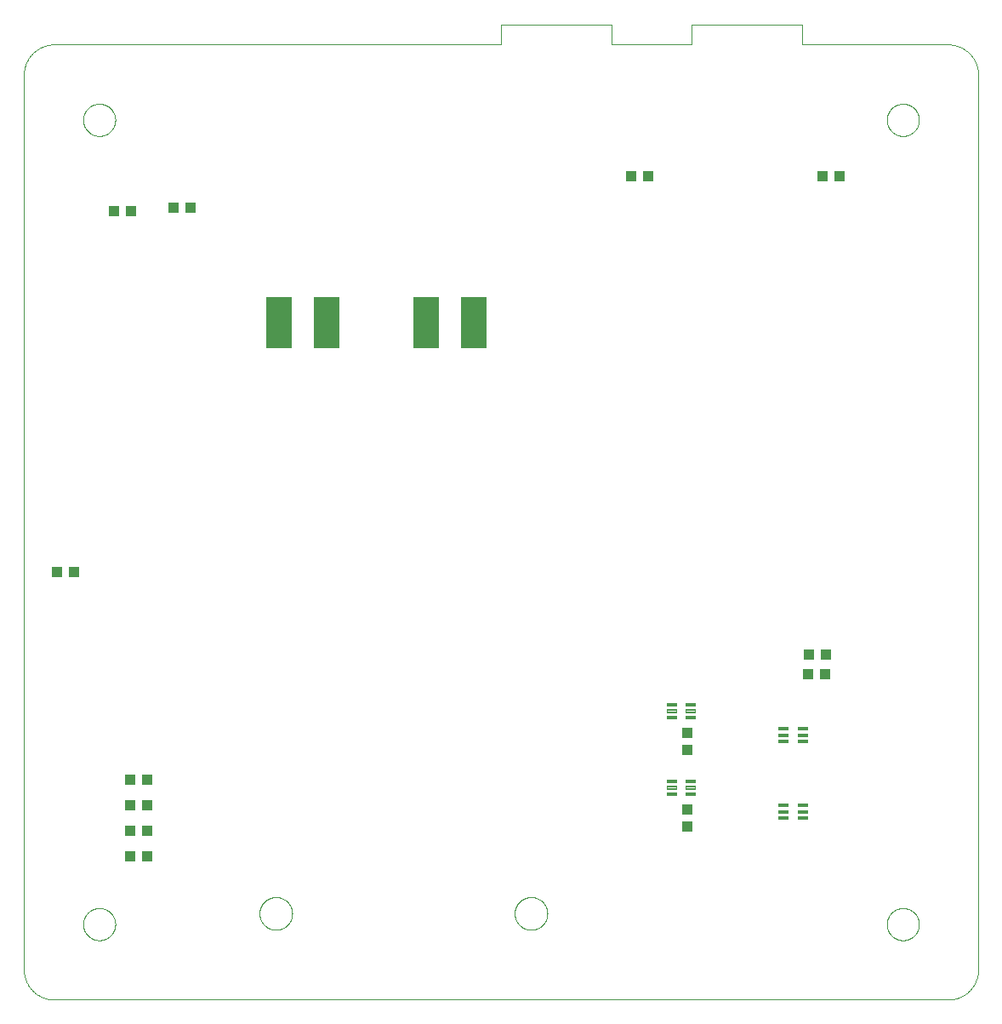
<source format=gbp>
G75*
%MOIN*%
%OFA0B0*%
%FSLAX25Y25*%
%IPPOS*%
%LPD*%
%AMOC8*
5,1,8,0,0,1.08239X$1,22.5*
%
%ADD10C,0.00000*%
%ADD11R,0.03937X0.04331*%
%ADD12C,0.00354*%
%ADD13R,0.04331X0.03937*%
%ADD14R,0.10000X0.20000*%
D10*
X0056111Y0063050D02*
X0406505Y0063050D01*
X0406790Y0063053D01*
X0407076Y0063064D01*
X0407361Y0063081D01*
X0407645Y0063105D01*
X0407929Y0063136D01*
X0408212Y0063174D01*
X0408493Y0063219D01*
X0408774Y0063270D01*
X0409054Y0063328D01*
X0409332Y0063393D01*
X0409608Y0063465D01*
X0409882Y0063543D01*
X0410155Y0063628D01*
X0410425Y0063720D01*
X0410693Y0063818D01*
X0410959Y0063922D01*
X0411222Y0064033D01*
X0411482Y0064150D01*
X0411740Y0064273D01*
X0411994Y0064403D01*
X0412245Y0064539D01*
X0412493Y0064680D01*
X0412737Y0064828D01*
X0412978Y0064981D01*
X0413214Y0065141D01*
X0413447Y0065306D01*
X0413676Y0065476D01*
X0413901Y0065652D01*
X0414121Y0065834D01*
X0414337Y0066020D01*
X0414548Y0066212D01*
X0414755Y0066409D01*
X0414957Y0066611D01*
X0415154Y0066818D01*
X0415346Y0067029D01*
X0415532Y0067245D01*
X0415714Y0067465D01*
X0415890Y0067690D01*
X0416060Y0067919D01*
X0416225Y0068152D01*
X0416385Y0068388D01*
X0416538Y0068629D01*
X0416686Y0068873D01*
X0416827Y0069121D01*
X0416963Y0069372D01*
X0417093Y0069626D01*
X0417216Y0069884D01*
X0417333Y0070144D01*
X0417444Y0070407D01*
X0417548Y0070673D01*
X0417646Y0070941D01*
X0417738Y0071211D01*
X0417823Y0071484D01*
X0417901Y0071758D01*
X0417973Y0072034D01*
X0418038Y0072312D01*
X0418096Y0072592D01*
X0418147Y0072873D01*
X0418192Y0073154D01*
X0418230Y0073437D01*
X0418261Y0073721D01*
X0418285Y0074005D01*
X0418302Y0074290D01*
X0418313Y0074576D01*
X0418316Y0074861D01*
X0418316Y0425255D01*
X0418313Y0425540D01*
X0418302Y0425826D01*
X0418285Y0426111D01*
X0418261Y0426395D01*
X0418230Y0426679D01*
X0418192Y0426962D01*
X0418147Y0427243D01*
X0418096Y0427524D01*
X0418038Y0427804D01*
X0417973Y0428082D01*
X0417901Y0428358D01*
X0417823Y0428632D01*
X0417738Y0428905D01*
X0417646Y0429175D01*
X0417548Y0429443D01*
X0417444Y0429709D01*
X0417333Y0429972D01*
X0417216Y0430232D01*
X0417093Y0430490D01*
X0416963Y0430744D01*
X0416827Y0430995D01*
X0416686Y0431243D01*
X0416538Y0431487D01*
X0416385Y0431728D01*
X0416225Y0431964D01*
X0416060Y0432197D01*
X0415890Y0432426D01*
X0415714Y0432651D01*
X0415532Y0432871D01*
X0415346Y0433087D01*
X0415154Y0433298D01*
X0414957Y0433505D01*
X0414755Y0433707D01*
X0414548Y0433904D01*
X0414337Y0434096D01*
X0414121Y0434282D01*
X0413901Y0434464D01*
X0413676Y0434640D01*
X0413447Y0434810D01*
X0413214Y0434975D01*
X0412978Y0435135D01*
X0412737Y0435288D01*
X0412493Y0435436D01*
X0412245Y0435577D01*
X0411994Y0435713D01*
X0411740Y0435843D01*
X0411482Y0435966D01*
X0411222Y0436083D01*
X0410959Y0436194D01*
X0410693Y0436298D01*
X0410425Y0436396D01*
X0410155Y0436488D01*
X0409882Y0436573D01*
X0409608Y0436651D01*
X0409332Y0436723D01*
X0409054Y0436788D01*
X0408774Y0436846D01*
X0408493Y0436897D01*
X0408212Y0436942D01*
X0407929Y0436980D01*
X0407645Y0437011D01*
X0407361Y0437035D01*
X0407076Y0437052D01*
X0406790Y0437063D01*
X0406505Y0437066D01*
X0349418Y0437066D01*
X0349418Y0444940D01*
X0306111Y0444940D01*
X0306111Y0437066D01*
X0274615Y0437066D01*
X0274615Y0444940D01*
X0231308Y0444940D01*
X0231308Y0437066D01*
X0056111Y0437066D01*
X0055826Y0437063D01*
X0055540Y0437052D01*
X0055255Y0437035D01*
X0054971Y0437011D01*
X0054687Y0436980D01*
X0054404Y0436942D01*
X0054123Y0436897D01*
X0053842Y0436846D01*
X0053562Y0436788D01*
X0053284Y0436723D01*
X0053008Y0436651D01*
X0052734Y0436573D01*
X0052461Y0436488D01*
X0052191Y0436396D01*
X0051923Y0436298D01*
X0051657Y0436194D01*
X0051394Y0436083D01*
X0051134Y0435966D01*
X0050876Y0435843D01*
X0050622Y0435713D01*
X0050371Y0435577D01*
X0050123Y0435436D01*
X0049879Y0435288D01*
X0049638Y0435135D01*
X0049402Y0434975D01*
X0049169Y0434810D01*
X0048940Y0434640D01*
X0048715Y0434464D01*
X0048495Y0434282D01*
X0048279Y0434096D01*
X0048068Y0433904D01*
X0047861Y0433707D01*
X0047659Y0433505D01*
X0047462Y0433298D01*
X0047270Y0433087D01*
X0047084Y0432871D01*
X0046902Y0432651D01*
X0046726Y0432426D01*
X0046556Y0432197D01*
X0046391Y0431964D01*
X0046231Y0431728D01*
X0046078Y0431487D01*
X0045930Y0431243D01*
X0045789Y0430995D01*
X0045653Y0430744D01*
X0045523Y0430490D01*
X0045400Y0430232D01*
X0045283Y0429972D01*
X0045172Y0429709D01*
X0045068Y0429443D01*
X0044970Y0429175D01*
X0044878Y0428905D01*
X0044793Y0428632D01*
X0044715Y0428358D01*
X0044643Y0428082D01*
X0044578Y0427804D01*
X0044520Y0427524D01*
X0044469Y0427243D01*
X0044424Y0426962D01*
X0044386Y0426679D01*
X0044355Y0426395D01*
X0044331Y0426111D01*
X0044314Y0425826D01*
X0044303Y0425540D01*
X0044300Y0425255D01*
X0044300Y0074861D01*
X0044303Y0074576D01*
X0044314Y0074290D01*
X0044331Y0074005D01*
X0044355Y0073721D01*
X0044386Y0073437D01*
X0044424Y0073154D01*
X0044469Y0072873D01*
X0044520Y0072592D01*
X0044578Y0072312D01*
X0044643Y0072034D01*
X0044715Y0071758D01*
X0044793Y0071484D01*
X0044878Y0071211D01*
X0044970Y0070941D01*
X0045068Y0070673D01*
X0045172Y0070407D01*
X0045283Y0070144D01*
X0045400Y0069884D01*
X0045523Y0069626D01*
X0045653Y0069372D01*
X0045789Y0069121D01*
X0045930Y0068873D01*
X0046078Y0068629D01*
X0046231Y0068388D01*
X0046391Y0068152D01*
X0046556Y0067919D01*
X0046726Y0067690D01*
X0046902Y0067465D01*
X0047084Y0067245D01*
X0047270Y0067029D01*
X0047462Y0066818D01*
X0047659Y0066611D01*
X0047861Y0066409D01*
X0048068Y0066212D01*
X0048279Y0066020D01*
X0048495Y0065834D01*
X0048715Y0065652D01*
X0048940Y0065476D01*
X0049169Y0065306D01*
X0049402Y0065141D01*
X0049638Y0064981D01*
X0049879Y0064828D01*
X0050123Y0064680D01*
X0050371Y0064539D01*
X0050622Y0064403D01*
X0050876Y0064273D01*
X0051134Y0064150D01*
X0051394Y0064033D01*
X0051657Y0063922D01*
X0051923Y0063818D01*
X0052191Y0063720D01*
X0052461Y0063628D01*
X0052734Y0063543D01*
X0053008Y0063465D01*
X0053284Y0063393D01*
X0053562Y0063328D01*
X0053842Y0063270D01*
X0054123Y0063219D01*
X0054404Y0063174D01*
X0054687Y0063136D01*
X0054971Y0063105D01*
X0055255Y0063081D01*
X0055540Y0063064D01*
X0055826Y0063053D01*
X0056111Y0063050D01*
X0067529Y0092578D02*
X0067531Y0092736D01*
X0067537Y0092894D01*
X0067547Y0093052D01*
X0067561Y0093210D01*
X0067579Y0093367D01*
X0067600Y0093524D01*
X0067626Y0093680D01*
X0067656Y0093836D01*
X0067689Y0093991D01*
X0067727Y0094144D01*
X0067768Y0094297D01*
X0067813Y0094449D01*
X0067862Y0094600D01*
X0067915Y0094749D01*
X0067971Y0094897D01*
X0068031Y0095043D01*
X0068095Y0095188D01*
X0068163Y0095331D01*
X0068234Y0095473D01*
X0068308Y0095613D01*
X0068386Y0095750D01*
X0068468Y0095886D01*
X0068552Y0096020D01*
X0068641Y0096151D01*
X0068732Y0096280D01*
X0068827Y0096407D01*
X0068924Y0096532D01*
X0069025Y0096654D01*
X0069129Y0096773D01*
X0069236Y0096890D01*
X0069346Y0097004D01*
X0069459Y0097115D01*
X0069574Y0097224D01*
X0069692Y0097329D01*
X0069813Y0097431D01*
X0069936Y0097531D01*
X0070062Y0097627D01*
X0070190Y0097720D01*
X0070320Y0097810D01*
X0070453Y0097896D01*
X0070588Y0097980D01*
X0070724Y0098059D01*
X0070863Y0098136D01*
X0071004Y0098208D01*
X0071146Y0098278D01*
X0071290Y0098343D01*
X0071436Y0098405D01*
X0071583Y0098463D01*
X0071732Y0098518D01*
X0071882Y0098569D01*
X0072033Y0098616D01*
X0072185Y0098659D01*
X0072338Y0098698D01*
X0072493Y0098734D01*
X0072648Y0098765D01*
X0072804Y0098793D01*
X0072960Y0098817D01*
X0073117Y0098837D01*
X0073275Y0098853D01*
X0073432Y0098865D01*
X0073591Y0098873D01*
X0073749Y0098877D01*
X0073907Y0098877D01*
X0074065Y0098873D01*
X0074224Y0098865D01*
X0074381Y0098853D01*
X0074539Y0098837D01*
X0074696Y0098817D01*
X0074852Y0098793D01*
X0075008Y0098765D01*
X0075163Y0098734D01*
X0075318Y0098698D01*
X0075471Y0098659D01*
X0075623Y0098616D01*
X0075774Y0098569D01*
X0075924Y0098518D01*
X0076073Y0098463D01*
X0076220Y0098405D01*
X0076366Y0098343D01*
X0076510Y0098278D01*
X0076652Y0098208D01*
X0076793Y0098136D01*
X0076932Y0098059D01*
X0077068Y0097980D01*
X0077203Y0097896D01*
X0077336Y0097810D01*
X0077466Y0097720D01*
X0077594Y0097627D01*
X0077720Y0097531D01*
X0077843Y0097431D01*
X0077964Y0097329D01*
X0078082Y0097224D01*
X0078197Y0097115D01*
X0078310Y0097004D01*
X0078420Y0096890D01*
X0078527Y0096773D01*
X0078631Y0096654D01*
X0078732Y0096532D01*
X0078829Y0096407D01*
X0078924Y0096280D01*
X0079015Y0096151D01*
X0079104Y0096020D01*
X0079188Y0095886D01*
X0079270Y0095750D01*
X0079348Y0095613D01*
X0079422Y0095473D01*
X0079493Y0095331D01*
X0079561Y0095188D01*
X0079625Y0095043D01*
X0079685Y0094897D01*
X0079741Y0094749D01*
X0079794Y0094600D01*
X0079843Y0094449D01*
X0079888Y0094297D01*
X0079929Y0094144D01*
X0079967Y0093991D01*
X0080000Y0093836D01*
X0080030Y0093680D01*
X0080056Y0093524D01*
X0080077Y0093367D01*
X0080095Y0093210D01*
X0080109Y0093052D01*
X0080119Y0092894D01*
X0080125Y0092736D01*
X0080127Y0092578D01*
X0080125Y0092420D01*
X0080119Y0092262D01*
X0080109Y0092104D01*
X0080095Y0091946D01*
X0080077Y0091789D01*
X0080056Y0091632D01*
X0080030Y0091476D01*
X0080000Y0091320D01*
X0079967Y0091165D01*
X0079929Y0091012D01*
X0079888Y0090859D01*
X0079843Y0090707D01*
X0079794Y0090556D01*
X0079741Y0090407D01*
X0079685Y0090259D01*
X0079625Y0090113D01*
X0079561Y0089968D01*
X0079493Y0089825D01*
X0079422Y0089683D01*
X0079348Y0089543D01*
X0079270Y0089406D01*
X0079188Y0089270D01*
X0079104Y0089136D01*
X0079015Y0089005D01*
X0078924Y0088876D01*
X0078829Y0088749D01*
X0078732Y0088624D01*
X0078631Y0088502D01*
X0078527Y0088383D01*
X0078420Y0088266D01*
X0078310Y0088152D01*
X0078197Y0088041D01*
X0078082Y0087932D01*
X0077964Y0087827D01*
X0077843Y0087725D01*
X0077720Y0087625D01*
X0077594Y0087529D01*
X0077466Y0087436D01*
X0077336Y0087346D01*
X0077203Y0087260D01*
X0077068Y0087176D01*
X0076932Y0087097D01*
X0076793Y0087020D01*
X0076652Y0086948D01*
X0076510Y0086878D01*
X0076366Y0086813D01*
X0076220Y0086751D01*
X0076073Y0086693D01*
X0075924Y0086638D01*
X0075774Y0086587D01*
X0075623Y0086540D01*
X0075471Y0086497D01*
X0075318Y0086458D01*
X0075163Y0086422D01*
X0075008Y0086391D01*
X0074852Y0086363D01*
X0074696Y0086339D01*
X0074539Y0086319D01*
X0074381Y0086303D01*
X0074224Y0086291D01*
X0074065Y0086283D01*
X0073907Y0086279D01*
X0073749Y0086279D01*
X0073591Y0086283D01*
X0073432Y0086291D01*
X0073275Y0086303D01*
X0073117Y0086319D01*
X0072960Y0086339D01*
X0072804Y0086363D01*
X0072648Y0086391D01*
X0072493Y0086422D01*
X0072338Y0086458D01*
X0072185Y0086497D01*
X0072033Y0086540D01*
X0071882Y0086587D01*
X0071732Y0086638D01*
X0071583Y0086693D01*
X0071436Y0086751D01*
X0071290Y0086813D01*
X0071146Y0086878D01*
X0071004Y0086948D01*
X0070863Y0087020D01*
X0070724Y0087097D01*
X0070588Y0087176D01*
X0070453Y0087260D01*
X0070320Y0087346D01*
X0070190Y0087436D01*
X0070062Y0087529D01*
X0069936Y0087625D01*
X0069813Y0087725D01*
X0069692Y0087827D01*
X0069574Y0087932D01*
X0069459Y0088041D01*
X0069346Y0088152D01*
X0069236Y0088266D01*
X0069129Y0088383D01*
X0069025Y0088502D01*
X0068924Y0088624D01*
X0068827Y0088749D01*
X0068732Y0088876D01*
X0068641Y0089005D01*
X0068552Y0089136D01*
X0068468Y0089270D01*
X0068386Y0089406D01*
X0068308Y0089543D01*
X0068234Y0089683D01*
X0068163Y0089825D01*
X0068095Y0089968D01*
X0068031Y0090113D01*
X0067971Y0090259D01*
X0067915Y0090407D01*
X0067862Y0090556D01*
X0067813Y0090707D01*
X0067768Y0090859D01*
X0067727Y0091012D01*
X0067689Y0091165D01*
X0067656Y0091320D01*
X0067626Y0091476D01*
X0067600Y0091632D01*
X0067579Y0091789D01*
X0067561Y0091946D01*
X0067547Y0092104D01*
X0067537Y0092262D01*
X0067531Y0092420D01*
X0067529Y0092578D01*
X0136652Y0096770D02*
X0136654Y0096930D01*
X0136660Y0097089D01*
X0136670Y0097248D01*
X0136684Y0097407D01*
X0136702Y0097566D01*
X0136723Y0097724D01*
X0136749Y0097881D01*
X0136779Y0098038D01*
X0136812Y0098194D01*
X0136850Y0098349D01*
X0136891Y0098503D01*
X0136936Y0098656D01*
X0136985Y0098808D01*
X0137038Y0098958D01*
X0137094Y0099107D01*
X0137154Y0099255D01*
X0137218Y0099401D01*
X0137286Y0099546D01*
X0137357Y0099689D01*
X0137431Y0099830D01*
X0137509Y0099969D01*
X0137591Y0100106D01*
X0137676Y0100241D01*
X0137764Y0100374D01*
X0137855Y0100505D01*
X0137950Y0100633D01*
X0138048Y0100759D01*
X0138149Y0100883D01*
X0138253Y0101003D01*
X0138360Y0101122D01*
X0138470Y0101237D01*
X0138583Y0101350D01*
X0138698Y0101460D01*
X0138817Y0101567D01*
X0138937Y0101671D01*
X0139061Y0101772D01*
X0139187Y0101870D01*
X0139315Y0101965D01*
X0139446Y0102056D01*
X0139579Y0102144D01*
X0139714Y0102229D01*
X0139851Y0102311D01*
X0139990Y0102389D01*
X0140131Y0102463D01*
X0140274Y0102534D01*
X0140419Y0102602D01*
X0140565Y0102666D01*
X0140713Y0102726D01*
X0140862Y0102782D01*
X0141012Y0102835D01*
X0141164Y0102884D01*
X0141317Y0102929D01*
X0141471Y0102970D01*
X0141626Y0103008D01*
X0141782Y0103041D01*
X0141939Y0103071D01*
X0142096Y0103097D01*
X0142254Y0103118D01*
X0142413Y0103136D01*
X0142572Y0103150D01*
X0142731Y0103160D01*
X0142890Y0103166D01*
X0143050Y0103168D01*
X0143210Y0103166D01*
X0143369Y0103160D01*
X0143528Y0103150D01*
X0143687Y0103136D01*
X0143846Y0103118D01*
X0144004Y0103097D01*
X0144161Y0103071D01*
X0144318Y0103041D01*
X0144474Y0103008D01*
X0144629Y0102970D01*
X0144783Y0102929D01*
X0144936Y0102884D01*
X0145088Y0102835D01*
X0145238Y0102782D01*
X0145387Y0102726D01*
X0145535Y0102666D01*
X0145681Y0102602D01*
X0145826Y0102534D01*
X0145969Y0102463D01*
X0146110Y0102389D01*
X0146249Y0102311D01*
X0146386Y0102229D01*
X0146521Y0102144D01*
X0146654Y0102056D01*
X0146785Y0101965D01*
X0146913Y0101870D01*
X0147039Y0101772D01*
X0147163Y0101671D01*
X0147283Y0101567D01*
X0147402Y0101460D01*
X0147517Y0101350D01*
X0147630Y0101237D01*
X0147740Y0101122D01*
X0147847Y0101003D01*
X0147951Y0100883D01*
X0148052Y0100759D01*
X0148150Y0100633D01*
X0148245Y0100505D01*
X0148336Y0100374D01*
X0148424Y0100241D01*
X0148509Y0100106D01*
X0148591Y0099969D01*
X0148669Y0099830D01*
X0148743Y0099689D01*
X0148814Y0099546D01*
X0148882Y0099401D01*
X0148946Y0099255D01*
X0149006Y0099107D01*
X0149062Y0098958D01*
X0149115Y0098808D01*
X0149164Y0098656D01*
X0149209Y0098503D01*
X0149250Y0098349D01*
X0149288Y0098194D01*
X0149321Y0098038D01*
X0149351Y0097881D01*
X0149377Y0097724D01*
X0149398Y0097566D01*
X0149416Y0097407D01*
X0149430Y0097248D01*
X0149440Y0097089D01*
X0149446Y0096930D01*
X0149448Y0096770D01*
X0149446Y0096610D01*
X0149440Y0096451D01*
X0149430Y0096292D01*
X0149416Y0096133D01*
X0149398Y0095974D01*
X0149377Y0095816D01*
X0149351Y0095659D01*
X0149321Y0095502D01*
X0149288Y0095346D01*
X0149250Y0095191D01*
X0149209Y0095037D01*
X0149164Y0094884D01*
X0149115Y0094732D01*
X0149062Y0094582D01*
X0149006Y0094433D01*
X0148946Y0094285D01*
X0148882Y0094139D01*
X0148814Y0093994D01*
X0148743Y0093851D01*
X0148669Y0093710D01*
X0148591Y0093571D01*
X0148509Y0093434D01*
X0148424Y0093299D01*
X0148336Y0093166D01*
X0148245Y0093035D01*
X0148150Y0092907D01*
X0148052Y0092781D01*
X0147951Y0092657D01*
X0147847Y0092537D01*
X0147740Y0092418D01*
X0147630Y0092303D01*
X0147517Y0092190D01*
X0147402Y0092080D01*
X0147283Y0091973D01*
X0147163Y0091869D01*
X0147039Y0091768D01*
X0146913Y0091670D01*
X0146785Y0091575D01*
X0146654Y0091484D01*
X0146521Y0091396D01*
X0146386Y0091311D01*
X0146249Y0091229D01*
X0146110Y0091151D01*
X0145969Y0091077D01*
X0145826Y0091006D01*
X0145681Y0090938D01*
X0145535Y0090874D01*
X0145387Y0090814D01*
X0145238Y0090758D01*
X0145088Y0090705D01*
X0144936Y0090656D01*
X0144783Y0090611D01*
X0144629Y0090570D01*
X0144474Y0090532D01*
X0144318Y0090499D01*
X0144161Y0090469D01*
X0144004Y0090443D01*
X0143846Y0090422D01*
X0143687Y0090404D01*
X0143528Y0090390D01*
X0143369Y0090380D01*
X0143210Y0090374D01*
X0143050Y0090372D01*
X0142890Y0090374D01*
X0142731Y0090380D01*
X0142572Y0090390D01*
X0142413Y0090404D01*
X0142254Y0090422D01*
X0142096Y0090443D01*
X0141939Y0090469D01*
X0141782Y0090499D01*
X0141626Y0090532D01*
X0141471Y0090570D01*
X0141317Y0090611D01*
X0141164Y0090656D01*
X0141012Y0090705D01*
X0140862Y0090758D01*
X0140713Y0090814D01*
X0140565Y0090874D01*
X0140419Y0090938D01*
X0140274Y0091006D01*
X0140131Y0091077D01*
X0139990Y0091151D01*
X0139851Y0091229D01*
X0139714Y0091311D01*
X0139579Y0091396D01*
X0139446Y0091484D01*
X0139315Y0091575D01*
X0139187Y0091670D01*
X0139061Y0091768D01*
X0138937Y0091869D01*
X0138817Y0091973D01*
X0138698Y0092080D01*
X0138583Y0092190D01*
X0138470Y0092303D01*
X0138360Y0092418D01*
X0138253Y0092537D01*
X0138149Y0092657D01*
X0138048Y0092781D01*
X0137950Y0092907D01*
X0137855Y0093035D01*
X0137764Y0093166D01*
X0137676Y0093299D01*
X0137591Y0093434D01*
X0137509Y0093571D01*
X0137431Y0093710D01*
X0137357Y0093851D01*
X0137286Y0093994D01*
X0137218Y0094139D01*
X0137154Y0094285D01*
X0137094Y0094433D01*
X0137038Y0094582D01*
X0136985Y0094732D01*
X0136936Y0094884D01*
X0136891Y0095037D01*
X0136850Y0095191D01*
X0136812Y0095346D01*
X0136779Y0095502D01*
X0136749Y0095659D01*
X0136723Y0095816D01*
X0136702Y0095974D01*
X0136684Y0096133D01*
X0136670Y0096292D01*
X0136660Y0096451D01*
X0136654Y0096610D01*
X0136652Y0096770D01*
X0236652Y0096770D02*
X0236654Y0096930D01*
X0236660Y0097089D01*
X0236670Y0097248D01*
X0236684Y0097407D01*
X0236702Y0097566D01*
X0236723Y0097724D01*
X0236749Y0097881D01*
X0236779Y0098038D01*
X0236812Y0098194D01*
X0236850Y0098349D01*
X0236891Y0098503D01*
X0236936Y0098656D01*
X0236985Y0098808D01*
X0237038Y0098958D01*
X0237094Y0099107D01*
X0237154Y0099255D01*
X0237218Y0099401D01*
X0237286Y0099546D01*
X0237357Y0099689D01*
X0237431Y0099830D01*
X0237509Y0099969D01*
X0237591Y0100106D01*
X0237676Y0100241D01*
X0237764Y0100374D01*
X0237855Y0100505D01*
X0237950Y0100633D01*
X0238048Y0100759D01*
X0238149Y0100883D01*
X0238253Y0101003D01*
X0238360Y0101122D01*
X0238470Y0101237D01*
X0238583Y0101350D01*
X0238698Y0101460D01*
X0238817Y0101567D01*
X0238937Y0101671D01*
X0239061Y0101772D01*
X0239187Y0101870D01*
X0239315Y0101965D01*
X0239446Y0102056D01*
X0239579Y0102144D01*
X0239714Y0102229D01*
X0239851Y0102311D01*
X0239990Y0102389D01*
X0240131Y0102463D01*
X0240274Y0102534D01*
X0240419Y0102602D01*
X0240565Y0102666D01*
X0240713Y0102726D01*
X0240862Y0102782D01*
X0241012Y0102835D01*
X0241164Y0102884D01*
X0241317Y0102929D01*
X0241471Y0102970D01*
X0241626Y0103008D01*
X0241782Y0103041D01*
X0241939Y0103071D01*
X0242096Y0103097D01*
X0242254Y0103118D01*
X0242413Y0103136D01*
X0242572Y0103150D01*
X0242731Y0103160D01*
X0242890Y0103166D01*
X0243050Y0103168D01*
X0243210Y0103166D01*
X0243369Y0103160D01*
X0243528Y0103150D01*
X0243687Y0103136D01*
X0243846Y0103118D01*
X0244004Y0103097D01*
X0244161Y0103071D01*
X0244318Y0103041D01*
X0244474Y0103008D01*
X0244629Y0102970D01*
X0244783Y0102929D01*
X0244936Y0102884D01*
X0245088Y0102835D01*
X0245238Y0102782D01*
X0245387Y0102726D01*
X0245535Y0102666D01*
X0245681Y0102602D01*
X0245826Y0102534D01*
X0245969Y0102463D01*
X0246110Y0102389D01*
X0246249Y0102311D01*
X0246386Y0102229D01*
X0246521Y0102144D01*
X0246654Y0102056D01*
X0246785Y0101965D01*
X0246913Y0101870D01*
X0247039Y0101772D01*
X0247163Y0101671D01*
X0247283Y0101567D01*
X0247402Y0101460D01*
X0247517Y0101350D01*
X0247630Y0101237D01*
X0247740Y0101122D01*
X0247847Y0101003D01*
X0247951Y0100883D01*
X0248052Y0100759D01*
X0248150Y0100633D01*
X0248245Y0100505D01*
X0248336Y0100374D01*
X0248424Y0100241D01*
X0248509Y0100106D01*
X0248591Y0099969D01*
X0248669Y0099830D01*
X0248743Y0099689D01*
X0248814Y0099546D01*
X0248882Y0099401D01*
X0248946Y0099255D01*
X0249006Y0099107D01*
X0249062Y0098958D01*
X0249115Y0098808D01*
X0249164Y0098656D01*
X0249209Y0098503D01*
X0249250Y0098349D01*
X0249288Y0098194D01*
X0249321Y0098038D01*
X0249351Y0097881D01*
X0249377Y0097724D01*
X0249398Y0097566D01*
X0249416Y0097407D01*
X0249430Y0097248D01*
X0249440Y0097089D01*
X0249446Y0096930D01*
X0249448Y0096770D01*
X0249446Y0096610D01*
X0249440Y0096451D01*
X0249430Y0096292D01*
X0249416Y0096133D01*
X0249398Y0095974D01*
X0249377Y0095816D01*
X0249351Y0095659D01*
X0249321Y0095502D01*
X0249288Y0095346D01*
X0249250Y0095191D01*
X0249209Y0095037D01*
X0249164Y0094884D01*
X0249115Y0094732D01*
X0249062Y0094582D01*
X0249006Y0094433D01*
X0248946Y0094285D01*
X0248882Y0094139D01*
X0248814Y0093994D01*
X0248743Y0093851D01*
X0248669Y0093710D01*
X0248591Y0093571D01*
X0248509Y0093434D01*
X0248424Y0093299D01*
X0248336Y0093166D01*
X0248245Y0093035D01*
X0248150Y0092907D01*
X0248052Y0092781D01*
X0247951Y0092657D01*
X0247847Y0092537D01*
X0247740Y0092418D01*
X0247630Y0092303D01*
X0247517Y0092190D01*
X0247402Y0092080D01*
X0247283Y0091973D01*
X0247163Y0091869D01*
X0247039Y0091768D01*
X0246913Y0091670D01*
X0246785Y0091575D01*
X0246654Y0091484D01*
X0246521Y0091396D01*
X0246386Y0091311D01*
X0246249Y0091229D01*
X0246110Y0091151D01*
X0245969Y0091077D01*
X0245826Y0091006D01*
X0245681Y0090938D01*
X0245535Y0090874D01*
X0245387Y0090814D01*
X0245238Y0090758D01*
X0245088Y0090705D01*
X0244936Y0090656D01*
X0244783Y0090611D01*
X0244629Y0090570D01*
X0244474Y0090532D01*
X0244318Y0090499D01*
X0244161Y0090469D01*
X0244004Y0090443D01*
X0243846Y0090422D01*
X0243687Y0090404D01*
X0243528Y0090390D01*
X0243369Y0090380D01*
X0243210Y0090374D01*
X0243050Y0090372D01*
X0242890Y0090374D01*
X0242731Y0090380D01*
X0242572Y0090390D01*
X0242413Y0090404D01*
X0242254Y0090422D01*
X0242096Y0090443D01*
X0241939Y0090469D01*
X0241782Y0090499D01*
X0241626Y0090532D01*
X0241471Y0090570D01*
X0241317Y0090611D01*
X0241164Y0090656D01*
X0241012Y0090705D01*
X0240862Y0090758D01*
X0240713Y0090814D01*
X0240565Y0090874D01*
X0240419Y0090938D01*
X0240274Y0091006D01*
X0240131Y0091077D01*
X0239990Y0091151D01*
X0239851Y0091229D01*
X0239714Y0091311D01*
X0239579Y0091396D01*
X0239446Y0091484D01*
X0239315Y0091575D01*
X0239187Y0091670D01*
X0239061Y0091768D01*
X0238937Y0091869D01*
X0238817Y0091973D01*
X0238698Y0092080D01*
X0238583Y0092190D01*
X0238470Y0092303D01*
X0238360Y0092418D01*
X0238253Y0092537D01*
X0238149Y0092657D01*
X0238048Y0092781D01*
X0237950Y0092907D01*
X0237855Y0093035D01*
X0237764Y0093166D01*
X0237676Y0093299D01*
X0237591Y0093434D01*
X0237509Y0093571D01*
X0237431Y0093710D01*
X0237357Y0093851D01*
X0237286Y0093994D01*
X0237218Y0094139D01*
X0237154Y0094285D01*
X0237094Y0094433D01*
X0237038Y0094582D01*
X0236985Y0094732D01*
X0236936Y0094884D01*
X0236891Y0095037D01*
X0236850Y0095191D01*
X0236812Y0095346D01*
X0236779Y0095502D01*
X0236749Y0095659D01*
X0236723Y0095816D01*
X0236702Y0095974D01*
X0236684Y0096133D01*
X0236670Y0096292D01*
X0236660Y0096451D01*
X0236654Y0096610D01*
X0236652Y0096770D01*
X0382489Y0092578D02*
X0382491Y0092736D01*
X0382497Y0092894D01*
X0382507Y0093052D01*
X0382521Y0093210D01*
X0382539Y0093367D01*
X0382560Y0093524D01*
X0382586Y0093680D01*
X0382616Y0093836D01*
X0382649Y0093991D01*
X0382687Y0094144D01*
X0382728Y0094297D01*
X0382773Y0094449D01*
X0382822Y0094600D01*
X0382875Y0094749D01*
X0382931Y0094897D01*
X0382991Y0095043D01*
X0383055Y0095188D01*
X0383123Y0095331D01*
X0383194Y0095473D01*
X0383268Y0095613D01*
X0383346Y0095750D01*
X0383428Y0095886D01*
X0383512Y0096020D01*
X0383601Y0096151D01*
X0383692Y0096280D01*
X0383787Y0096407D01*
X0383884Y0096532D01*
X0383985Y0096654D01*
X0384089Y0096773D01*
X0384196Y0096890D01*
X0384306Y0097004D01*
X0384419Y0097115D01*
X0384534Y0097224D01*
X0384652Y0097329D01*
X0384773Y0097431D01*
X0384896Y0097531D01*
X0385022Y0097627D01*
X0385150Y0097720D01*
X0385280Y0097810D01*
X0385413Y0097896D01*
X0385548Y0097980D01*
X0385684Y0098059D01*
X0385823Y0098136D01*
X0385964Y0098208D01*
X0386106Y0098278D01*
X0386250Y0098343D01*
X0386396Y0098405D01*
X0386543Y0098463D01*
X0386692Y0098518D01*
X0386842Y0098569D01*
X0386993Y0098616D01*
X0387145Y0098659D01*
X0387298Y0098698D01*
X0387453Y0098734D01*
X0387608Y0098765D01*
X0387764Y0098793D01*
X0387920Y0098817D01*
X0388077Y0098837D01*
X0388235Y0098853D01*
X0388392Y0098865D01*
X0388551Y0098873D01*
X0388709Y0098877D01*
X0388867Y0098877D01*
X0389025Y0098873D01*
X0389184Y0098865D01*
X0389341Y0098853D01*
X0389499Y0098837D01*
X0389656Y0098817D01*
X0389812Y0098793D01*
X0389968Y0098765D01*
X0390123Y0098734D01*
X0390278Y0098698D01*
X0390431Y0098659D01*
X0390583Y0098616D01*
X0390734Y0098569D01*
X0390884Y0098518D01*
X0391033Y0098463D01*
X0391180Y0098405D01*
X0391326Y0098343D01*
X0391470Y0098278D01*
X0391612Y0098208D01*
X0391753Y0098136D01*
X0391892Y0098059D01*
X0392028Y0097980D01*
X0392163Y0097896D01*
X0392296Y0097810D01*
X0392426Y0097720D01*
X0392554Y0097627D01*
X0392680Y0097531D01*
X0392803Y0097431D01*
X0392924Y0097329D01*
X0393042Y0097224D01*
X0393157Y0097115D01*
X0393270Y0097004D01*
X0393380Y0096890D01*
X0393487Y0096773D01*
X0393591Y0096654D01*
X0393692Y0096532D01*
X0393789Y0096407D01*
X0393884Y0096280D01*
X0393975Y0096151D01*
X0394064Y0096020D01*
X0394148Y0095886D01*
X0394230Y0095750D01*
X0394308Y0095613D01*
X0394382Y0095473D01*
X0394453Y0095331D01*
X0394521Y0095188D01*
X0394585Y0095043D01*
X0394645Y0094897D01*
X0394701Y0094749D01*
X0394754Y0094600D01*
X0394803Y0094449D01*
X0394848Y0094297D01*
X0394889Y0094144D01*
X0394927Y0093991D01*
X0394960Y0093836D01*
X0394990Y0093680D01*
X0395016Y0093524D01*
X0395037Y0093367D01*
X0395055Y0093210D01*
X0395069Y0093052D01*
X0395079Y0092894D01*
X0395085Y0092736D01*
X0395087Y0092578D01*
X0395085Y0092420D01*
X0395079Y0092262D01*
X0395069Y0092104D01*
X0395055Y0091946D01*
X0395037Y0091789D01*
X0395016Y0091632D01*
X0394990Y0091476D01*
X0394960Y0091320D01*
X0394927Y0091165D01*
X0394889Y0091012D01*
X0394848Y0090859D01*
X0394803Y0090707D01*
X0394754Y0090556D01*
X0394701Y0090407D01*
X0394645Y0090259D01*
X0394585Y0090113D01*
X0394521Y0089968D01*
X0394453Y0089825D01*
X0394382Y0089683D01*
X0394308Y0089543D01*
X0394230Y0089406D01*
X0394148Y0089270D01*
X0394064Y0089136D01*
X0393975Y0089005D01*
X0393884Y0088876D01*
X0393789Y0088749D01*
X0393692Y0088624D01*
X0393591Y0088502D01*
X0393487Y0088383D01*
X0393380Y0088266D01*
X0393270Y0088152D01*
X0393157Y0088041D01*
X0393042Y0087932D01*
X0392924Y0087827D01*
X0392803Y0087725D01*
X0392680Y0087625D01*
X0392554Y0087529D01*
X0392426Y0087436D01*
X0392296Y0087346D01*
X0392163Y0087260D01*
X0392028Y0087176D01*
X0391892Y0087097D01*
X0391753Y0087020D01*
X0391612Y0086948D01*
X0391470Y0086878D01*
X0391326Y0086813D01*
X0391180Y0086751D01*
X0391033Y0086693D01*
X0390884Y0086638D01*
X0390734Y0086587D01*
X0390583Y0086540D01*
X0390431Y0086497D01*
X0390278Y0086458D01*
X0390123Y0086422D01*
X0389968Y0086391D01*
X0389812Y0086363D01*
X0389656Y0086339D01*
X0389499Y0086319D01*
X0389341Y0086303D01*
X0389184Y0086291D01*
X0389025Y0086283D01*
X0388867Y0086279D01*
X0388709Y0086279D01*
X0388551Y0086283D01*
X0388392Y0086291D01*
X0388235Y0086303D01*
X0388077Y0086319D01*
X0387920Y0086339D01*
X0387764Y0086363D01*
X0387608Y0086391D01*
X0387453Y0086422D01*
X0387298Y0086458D01*
X0387145Y0086497D01*
X0386993Y0086540D01*
X0386842Y0086587D01*
X0386692Y0086638D01*
X0386543Y0086693D01*
X0386396Y0086751D01*
X0386250Y0086813D01*
X0386106Y0086878D01*
X0385964Y0086948D01*
X0385823Y0087020D01*
X0385684Y0087097D01*
X0385548Y0087176D01*
X0385413Y0087260D01*
X0385280Y0087346D01*
X0385150Y0087436D01*
X0385022Y0087529D01*
X0384896Y0087625D01*
X0384773Y0087725D01*
X0384652Y0087827D01*
X0384534Y0087932D01*
X0384419Y0088041D01*
X0384306Y0088152D01*
X0384196Y0088266D01*
X0384089Y0088383D01*
X0383985Y0088502D01*
X0383884Y0088624D01*
X0383787Y0088749D01*
X0383692Y0088876D01*
X0383601Y0089005D01*
X0383512Y0089136D01*
X0383428Y0089270D01*
X0383346Y0089406D01*
X0383268Y0089543D01*
X0383194Y0089683D01*
X0383123Y0089825D01*
X0383055Y0089968D01*
X0382991Y0090113D01*
X0382931Y0090259D01*
X0382875Y0090407D01*
X0382822Y0090556D01*
X0382773Y0090707D01*
X0382728Y0090859D01*
X0382687Y0091012D01*
X0382649Y0091165D01*
X0382616Y0091320D01*
X0382586Y0091476D01*
X0382560Y0091632D01*
X0382539Y0091789D01*
X0382521Y0091946D01*
X0382507Y0092104D01*
X0382497Y0092262D01*
X0382491Y0092420D01*
X0382489Y0092578D01*
X0382489Y0407538D02*
X0382491Y0407696D01*
X0382497Y0407854D01*
X0382507Y0408012D01*
X0382521Y0408170D01*
X0382539Y0408327D01*
X0382560Y0408484D01*
X0382586Y0408640D01*
X0382616Y0408796D01*
X0382649Y0408951D01*
X0382687Y0409104D01*
X0382728Y0409257D01*
X0382773Y0409409D01*
X0382822Y0409560D01*
X0382875Y0409709D01*
X0382931Y0409857D01*
X0382991Y0410003D01*
X0383055Y0410148D01*
X0383123Y0410291D01*
X0383194Y0410433D01*
X0383268Y0410573D01*
X0383346Y0410710D01*
X0383428Y0410846D01*
X0383512Y0410980D01*
X0383601Y0411111D01*
X0383692Y0411240D01*
X0383787Y0411367D01*
X0383884Y0411492D01*
X0383985Y0411614D01*
X0384089Y0411733D01*
X0384196Y0411850D01*
X0384306Y0411964D01*
X0384419Y0412075D01*
X0384534Y0412184D01*
X0384652Y0412289D01*
X0384773Y0412391D01*
X0384896Y0412491D01*
X0385022Y0412587D01*
X0385150Y0412680D01*
X0385280Y0412770D01*
X0385413Y0412856D01*
X0385548Y0412940D01*
X0385684Y0413019D01*
X0385823Y0413096D01*
X0385964Y0413168D01*
X0386106Y0413238D01*
X0386250Y0413303D01*
X0386396Y0413365D01*
X0386543Y0413423D01*
X0386692Y0413478D01*
X0386842Y0413529D01*
X0386993Y0413576D01*
X0387145Y0413619D01*
X0387298Y0413658D01*
X0387453Y0413694D01*
X0387608Y0413725D01*
X0387764Y0413753D01*
X0387920Y0413777D01*
X0388077Y0413797D01*
X0388235Y0413813D01*
X0388392Y0413825D01*
X0388551Y0413833D01*
X0388709Y0413837D01*
X0388867Y0413837D01*
X0389025Y0413833D01*
X0389184Y0413825D01*
X0389341Y0413813D01*
X0389499Y0413797D01*
X0389656Y0413777D01*
X0389812Y0413753D01*
X0389968Y0413725D01*
X0390123Y0413694D01*
X0390278Y0413658D01*
X0390431Y0413619D01*
X0390583Y0413576D01*
X0390734Y0413529D01*
X0390884Y0413478D01*
X0391033Y0413423D01*
X0391180Y0413365D01*
X0391326Y0413303D01*
X0391470Y0413238D01*
X0391612Y0413168D01*
X0391753Y0413096D01*
X0391892Y0413019D01*
X0392028Y0412940D01*
X0392163Y0412856D01*
X0392296Y0412770D01*
X0392426Y0412680D01*
X0392554Y0412587D01*
X0392680Y0412491D01*
X0392803Y0412391D01*
X0392924Y0412289D01*
X0393042Y0412184D01*
X0393157Y0412075D01*
X0393270Y0411964D01*
X0393380Y0411850D01*
X0393487Y0411733D01*
X0393591Y0411614D01*
X0393692Y0411492D01*
X0393789Y0411367D01*
X0393884Y0411240D01*
X0393975Y0411111D01*
X0394064Y0410980D01*
X0394148Y0410846D01*
X0394230Y0410710D01*
X0394308Y0410573D01*
X0394382Y0410433D01*
X0394453Y0410291D01*
X0394521Y0410148D01*
X0394585Y0410003D01*
X0394645Y0409857D01*
X0394701Y0409709D01*
X0394754Y0409560D01*
X0394803Y0409409D01*
X0394848Y0409257D01*
X0394889Y0409104D01*
X0394927Y0408951D01*
X0394960Y0408796D01*
X0394990Y0408640D01*
X0395016Y0408484D01*
X0395037Y0408327D01*
X0395055Y0408170D01*
X0395069Y0408012D01*
X0395079Y0407854D01*
X0395085Y0407696D01*
X0395087Y0407538D01*
X0395085Y0407380D01*
X0395079Y0407222D01*
X0395069Y0407064D01*
X0395055Y0406906D01*
X0395037Y0406749D01*
X0395016Y0406592D01*
X0394990Y0406436D01*
X0394960Y0406280D01*
X0394927Y0406125D01*
X0394889Y0405972D01*
X0394848Y0405819D01*
X0394803Y0405667D01*
X0394754Y0405516D01*
X0394701Y0405367D01*
X0394645Y0405219D01*
X0394585Y0405073D01*
X0394521Y0404928D01*
X0394453Y0404785D01*
X0394382Y0404643D01*
X0394308Y0404503D01*
X0394230Y0404366D01*
X0394148Y0404230D01*
X0394064Y0404096D01*
X0393975Y0403965D01*
X0393884Y0403836D01*
X0393789Y0403709D01*
X0393692Y0403584D01*
X0393591Y0403462D01*
X0393487Y0403343D01*
X0393380Y0403226D01*
X0393270Y0403112D01*
X0393157Y0403001D01*
X0393042Y0402892D01*
X0392924Y0402787D01*
X0392803Y0402685D01*
X0392680Y0402585D01*
X0392554Y0402489D01*
X0392426Y0402396D01*
X0392296Y0402306D01*
X0392163Y0402220D01*
X0392028Y0402136D01*
X0391892Y0402057D01*
X0391753Y0401980D01*
X0391612Y0401908D01*
X0391470Y0401838D01*
X0391326Y0401773D01*
X0391180Y0401711D01*
X0391033Y0401653D01*
X0390884Y0401598D01*
X0390734Y0401547D01*
X0390583Y0401500D01*
X0390431Y0401457D01*
X0390278Y0401418D01*
X0390123Y0401382D01*
X0389968Y0401351D01*
X0389812Y0401323D01*
X0389656Y0401299D01*
X0389499Y0401279D01*
X0389341Y0401263D01*
X0389184Y0401251D01*
X0389025Y0401243D01*
X0388867Y0401239D01*
X0388709Y0401239D01*
X0388551Y0401243D01*
X0388392Y0401251D01*
X0388235Y0401263D01*
X0388077Y0401279D01*
X0387920Y0401299D01*
X0387764Y0401323D01*
X0387608Y0401351D01*
X0387453Y0401382D01*
X0387298Y0401418D01*
X0387145Y0401457D01*
X0386993Y0401500D01*
X0386842Y0401547D01*
X0386692Y0401598D01*
X0386543Y0401653D01*
X0386396Y0401711D01*
X0386250Y0401773D01*
X0386106Y0401838D01*
X0385964Y0401908D01*
X0385823Y0401980D01*
X0385684Y0402057D01*
X0385548Y0402136D01*
X0385413Y0402220D01*
X0385280Y0402306D01*
X0385150Y0402396D01*
X0385022Y0402489D01*
X0384896Y0402585D01*
X0384773Y0402685D01*
X0384652Y0402787D01*
X0384534Y0402892D01*
X0384419Y0403001D01*
X0384306Y0403112D01*
X0384196Y0403226D01*
X0384089Y0403343D01*
X0383985Y0403462D01*
X0383884Y0403584D01*
X0383787Y0403709D01*
X0383692Y0403836D01*
X0383601Y0403965D01*
X0383512Y0404096D01*
X0383428Y0404230D01*
X0383346Y0404366D01*
X0383268Y0404503D01*
X0383194Y0404643D01*
X0383123Y0404785D01*
X0383055Y0404928D01*
X0382991Y0405073D01*
X0382931Y0405219D01*
X0382875Y0405367D01*
X0382822Y0405516D01*
X0382773Y0405667D01*
X0382728Y0405819D01*
X0382687Y0405972D01*
X0382649Y0406125D01*
X0382616Y0406280D01*
X0382586Y0406436D01*
X0382560Y0406592D01*
X0382539Y0406749D01*
X0382521Y0406906D01*
X0382507Y0407064D01*
X0382497Y0407222D01*
X0382491Y0407380D01*
X0382489Y0407538D01*
X0067529Y0407538D02*
X0067531Y0407696D01*
X0067537Y0407854D01*
X0067547Y0408012D01*
X0067561Y0408170D01*
X0067579Y0408327D01*
X0067600Y0408484D01*
X0067626Y0408640D01*
X0067656Y0408796D01*
X0067689Y0408951D01*
X0067727Y0409104D01*
X0067768Y0409257D01*
X0067813Y0409409D01*
X0067862Y0409560D01*
X0067915Y0409709D01*
X0067971Y0409857D01*
X0068031Y0410003D01*
X0068095Y0410148D01*
X0068163Y0410291D01*
X0068234Y0410433D01*
X0068308Y0410573D01*
X0068386Y0410710D01*
X0068468Y0410846D01*
X0068552Y0410980D01*
X0068641Y0411111D01*
X0068732Y0411240D01*
X0068827Y0411367D01*
X0068924Y0411492D01*
X0069025Y0411614D01*
X0069129Y0411733D01*
X0069236Y0411850D01*
X0069346Y0411964D01*
X0069459Y0412075D01*
X0069574Y0412184D01*
X0069692Y0412289D01*
X0069813Y0412391D01*
X0069936Y0412491D01*
X0070062Y0412587D01*
X0070190Y0412680D01*
X0070320Y0412770D01*
X0070453Y0412856D01*
X0070588Y0412940D01*
X0070724Y0413019D01*
X0070863Y0413096D01*
X0071004Y0413168D01*
X0071146Y0413238D01*
X0071290Y0413303D01*
X0071436Y0413365D01*
X0071583Y0413423D01*
X0071732Y0413478D01*
X0071882Y0413529D01*
X0072033Y0413576D01*
X0072185Y0413619D01*
X0072338Y0413658D01*
X0072493Y0413694D01*
X0072648Y0413725D01*
X0072804Y0413753D01*
X0072960Y0413777D01*
X0073117Y0413797D01*
X0073275Y0413813D01*
X0073432Y0413825D01*
X0073591Y0413833D01*
X0073749Y0413837D01*
X0073907Y0413837D01*
X0074065Y0413833D01*
X0074224Y0413825D01*
X0074381Y0413813D01*
X0074539Y0413797D01*
X0074696Y0413777D01*
X0074852Y0413753D01*
X0075008Y0413725D01*
X0075163Y0413694D01*
X0075318Y0413658D01*
X0075471Y0413619D01*
X0075623Y0413576D01*
X0075774Y0413529D01*
X0075924Y0413478D01*
X0076073Y0413423D01*
X0076220Y0413365D01*
X0076366Y0413303D01*
X0076510Y0413238D01*
X0076652Y0413168D01*
X0076793Y0413096D01*
X0076932Y0413019D01*
X0077068Y0412940D01*
X0077203Y0412856D01*
X0077336Y0412770D01*
X0077466Y0412680D01*
X0077594Y0412587D01*
X0077720Y0412491D01*
X0077843Y0412391D01*
X0077964Y0412289D01*
X0078082Y0412184D01*
X0078197Y0412075D01*
X0078310Y0411964D01*
X0078420Y0411850D01*
X0078527Y0411733D01*
X0078631Y0411614D01*
X0078732Y0411492D01*
X0078829Y0411367D01*
X0078924Y0411240D01*
X0079015Y0411111D01*
X0079104Y0410980D01*
X0079188Y0410846D01*
X0079270Y0410710D01*
X0079348Y0410573D01*
X0079422Y0410433D01*
X0079493Y0410291D01*
X0079561Y0410148D01*
X0079625Y0410003D01*
X0079685Y0409857D01*
X0079741Y0409709D01*
X0079794Y0409560D01*
X0079843Y0409409D01*
X0079888Y0409257D01*
X0079929Y0409104D01*
X0079967Y0408951D01*
X0080000Y0408796D01*
X0080030Y0408640D01*
X0080056Y0408484D01*
X0080077Y0408327D01*
X0080095Y0408170D01*
X0080109Y0408012D01*
X0080119Y0407854D01*
X0080125Y0407696D01*
X0080127Y0407538D01*
X0080125Y0407380D01*
X0080119Y0407222D01*
X0080109Y0407064D01*
X0080095Y0406906D01*
X0080077Y0406749D01*
X0080056Y0406592D01*
X0080030Y0406436D01*
X0080000Y0406280D01*
X0079967Y0406125D01*
X0079929Y0405972D01*
X0079888Y0405819D01*
X0079843Y0405667D01*
X0079794Y0405516D01*
X0079741Y0405367D01*
X0079685Y0405219D01*
X0079625Y0405073D01*
X0079561Y0404928D01*
X0079493Y0404785D01*
X0079422Y0404643D01*
X0079348Y0404503D01*
X0079270Y0404366D01*
X0079188Y0404230D01*
X0079104Y0404096D01*
X0079015Y0403965D01*
X0078924Y0403836D01*
X0078829Y0403709D01*
X0078732Y0403584D01*
X0078631Y0403462D01*
X0078527Y0403343D01*
X0078420Y0403226D01*
X0078310Y0403112D01*
X0078197Y0403001D01*
X0078082Y0402892D01*
X0077964Y0402787D01*
X0077843Y0402685D01*
X0077720Y0402585D01*
X0077594Y0402489D01*
X0077466Y0402396D01*
X0077336Y0402306D01*
X0077203Y0402220D01*
X0077068Y0402136D01*
X0076932Y0402057D01*
X0076793Y0401980D01*
X0076652Y0401908D01*
X0076510Y0401838D01*
X0076366Y0401773D01*
X0076220Y0401711D01*
X0076073Y0401653D01*
X0075924Y0401598D01*
X0075774Y0401547D01*
X0075623Y0401500D01*
X0075471Y0401457D01*
X0075318Y0401418D01*
X0075163Y0401382D01*
X0075008Y0401351D01*
X0074852Y0401323D01*
X0074696Y0401299D01*
X0074539Y0401279D01*
X0074381Y0401263D01*
X0074224Y0401251D01*
X0074065Y0401243D01*
X0073907Y0401239D01*
X0073749Y0401239D01*
X0073591Y0401243D01*
X0073432Y0401251D01*
X0073275Y0401263D01*
X0073117Y0401279D01*
X0072960Y0401299D01*
X0072804Y0401323D01*
X0072648Y0401351D01*
X0072493Y0401382D01*
X0072338Y0401418D01*
X0072185Y0401457D01*
X0072033Y0401500D01*
X0071882Y0401547D01*
X0071732Y0401598D01*
X0071583Y0401653D01*
X0071436Y0401711D01*
X0071290Y0401773D01*
X0071146Y0401838D01*
X0071004Y0401908D01*
X0070863Y0401980D01*
X0070724Y0402057D01*
X0070588Y0402136D01*
X0070453Y0402220D01*
X0070320Y0402306D01*
X0070190Y0402396D01*
X0070062Y0402489D01*
X0069936Y0402585D01*
X0069813Y0402685D01*
X0069692Y0402787D01*
X0069574Y0402892D01*
X0069459Y0403001D01*
X0069346Y0403112D01*
X0069236Y0403226D01*
X0069129Y0403343D01*
X0069025Y0403462D01*
X0068924Y0403584D01*
X0068827Y0403709D01*
X0068732Y0403836D01*
X0068641Y0403965D01*
X0068552Y0404096D01*
X0068468Y0404230D01*
X0068386Y0404366D01*
X0068308Y0404503D01*
X0068234Y0404643D01*
X0068163Y0404785D01*
X0068095Y0404928D01*
X0068031Y0405073D01*
X0067971Y0405219D01*
X0067915Y0405367D01*
X0067862Y0405516D01*
X0067813Y0405667D01*
X0067768Y0405819D01*
X0067727Y0405972D01*
X0067689Y0406125D01*
X0067656Y0406280D01*
X0067626Y0406436D01*
X0067600Y0406592D01*
X0067579Y0406749D01*
X0067561Y0406906D01*
X0067547Y0407064D01*
X0067537Y0407222D01*
X0067531Y0407380D01*
X0067529Y0407538D01*
D11*
X0304300Y0167646D03*
X0304300Y0160954D03*
X0304300Y0137646D03*
X0304300Y0130954D03*
D12*
X0303729Y0144147D02*
X0307391Y0144147D01*
X0307391Y0143085D01*
X0303729Y0143085D01*
X0303729Y0144147D01*
X0303729Y0143438D02*
X0307391Y0143438D01*
X0307391Y0143791D02*
X0303729Y0143791D01*
X0303729Y0144144D02*
X0307391Y0144144D01*
X0307391Y0146706D02*
X0303729Y0146706D01*
X0307391Y0146706D02*
X0307391Y0145644D01*
X0303729Y0145644D01*
X0303729Y0146706D01*
X0303729Y0145997D02*
X0307391Y0145997D01*
X0307391Y0146350D02*
X0303729Y0146350D01*
X0303729Y0146703D02*
X0307391Y0146703D01*
X0307391Y0149265D02*
X0303729Y0149265D01*
X0307391Y0149265D02*
X0307391Y0148203D01*
X0303729Y0148203D01*
X0303729Y0149265D01*
X0303729Y0148556D02*
X0307391Y0148556D01*
X0307391Y0148909D02*
X0303729Y0148909D01*
X0303729Y0149262D02*
X0307391Y0149262D01*
X0299871Y0148203D02*
X0296209Y0148203D01*
X0296209Y0149265D01*
X0299871Y0149265D01*
X0299871Y0148203D01*
X0299871Y0148556D02*
X0296209Y0148556D01*
X0296209Y0148909D02*
X0299871Y0148909D01*
X0299871Y0149262D02*
X0296209Y0149262D01*
X0296209Y0145644D02*
X0299871Y0145644D01*
X0296209Y0145644D02*
X0296209Y0146706D01*
X0299871Y0146706D01*
X0299871Y0145644D01*
X0299871Y0145997D02*
X0296209Y0145997D01*
X0296209Y0146350D02*
X0299871Y0146350D01*
X0299871Y0146703D02*
X0296209Y0146703D01*
X0296209Y0143085D02*
X0299871Y0143085D01*
X0296209Y0143085D02*
X0296209Y0144147D01*
X0299871Y0144147D01*
X0299871Y0143085D01*
X0299871Y0143438D02*
X0296209Y0143438D01*
X0296209Y0143791D02*
X0299871Y0143791D01*
X0299871Y0144144D02*
X0296209Y0144144D01*
X0296209Y0173085D02*
X0299871Y0173085D01*
X0296209Y0173085D02*
X0296209Y0174147D01*
X0299871Y0174147D01*
X0299871Y0173085D01*
X0299871Y0173438D02*
X0296209Y0173438D01*
X0296209Y0173791D02*
X0299871Y0173791D01*
X0299871Y0174144D02*
X0296209Y0174144D01*
X0296209Y0175644D02*
X0299871Y0175644D01*
X0296209Y0175644D02*
X0296209Y0176706D01*
X0299871Y0176706D01*
X0299871Y0175644D01*
X0299871Y0175997D02*
X0296209Y0175997D01*
X0296209Y0176350D02*
X0299871Y0176350D01*
X0299871Y0176703D02*
X0296209Y0176703D01*
X0296209Y0178203D02*
X0299871Y0178203D01*
X0296209Y0178203D02*
X0296209Y0179265D01*
X0299871Y0179265D01*
X0299871Y0178203D01*
X0299871Y0178556D02*
X0296209Y0178556D01*
X0296209Y0178909D02*
X0299871Y0178909D01*
X0299871Y0179262D02*
X0296209Y0179262D01*
X0303729Y0179265D02*
X0307391Y0179265D01*
X0307391Y0178203D01*
X0303729Y0178203D01*
X0303729Y0179265D01*
X0303729Y0178556D02*
X0307391Y0178556D01*
X0307391Y0178909D02*
X0303729Y0178909D01*
X0303729Y0179262D02*
X0307391Y0179262D01*
X0307391Y0176706D02*
X0303729Y0176706D01*
X0307391Y0176706D02*
X0307391Y0175644D01*
X0303729Y0175644D01*
X0303729Y0176706D01*
X0303729Y0175997D02*
X0307391Y0175997D01*
X0307391Y0176350D02*
X0303729Y0176350D01*
X0303729Y0176703D02*
X0307391Y0176703D01*
X0307391Y0174147D02*
X0303729Y0174147D01*
X0307391Y0174147D02*
X0307391Y0173085D01*
X0303729Y0173085D01*
X0303729Y0174147D01*
X0303729Y0173438D02*
X0307391Y0173438D01*
X0307391Y0173791D02*
X0303729Y0173791D01*
X0303729Y0174144D02*
X0307391Y0174144D01*
X0339959Y0168828D02*
X0343621Y0168828D01*
X0339959Y0168828D02*
X0339959Y0169890D01*
X0343621Y0169890D01*
X0343621Y0168828D01*
X0343621Y0169181D02*
X0339959Y0169181D01*
X0339959Y0169534D02*
X0343621Y0169534D01*
X0343621Y0169887D02*
X0339959Y0169887D01*
X0339959Y0166269D02*
X0343621Y0166269D01*
X0339959Y0166269D02*
X0339959Y0167331D01*
X0343621Y0167331D01*
X0343621Y0166269D01*
X0343621Y0166622D02*
X0339959Y0166622D01*
X0339959Y0166975D02*
X0343621Y0166975D01*
X0343621Y0167328D02*
X0339959Y0167328D01*
X0339959Y0163710D02*
X0343621Y0163710D01*
X0339959Y0163710D02*
X0339959Y0164772D01*
X0343621Y0164772D01*
X0343621Y0163710D01*
X0343621Y0164063D02*
X0339959Y0164063D01*
X0339959Y0164416D02*
X0343621Y0164416D01*
X0343621Y0164769D02*
X0339959Y0164769D01*
X0347479Y0164772D02*
X0351141Y0164772D01*
X0351141Y0163710D01*
X0347479Y0163710D01*
X0347479Y0164772D01*
X0347479Y0164063D02*
X0351141Y0164063D01*
X0351141Y0164416D02*
X0347479Y0164416D01*
X0347479Y0164769D02*
X0351141Y0164769D01*
X0351141Y0167331D02*
X0347479Y0167331D01*
X0351141Y0167331D02*
X0351141Y0166269D01*
X0347479Y0166269D01*
X0347479Y0167331D01*
X0347479Y0166622D02*
X0351141Y0166622D01*
X0351141Y0166975D02*
X0347479Y0166975D01*
X0347479Y0167328D02*
X0351141Y0167328D01*
X0351141Y0169890D02*
X0347479Y0169890D01*
X0351141Y0169890D02*
X0351141Y0168828D01*
X0347479Y0168828D01*
X0347479Y0169890D01*
X0347479Y0169181D02*
X0351141Y0169181D01*
X0351141Y0169534D02*
X0347479Y0169534D01*
X0347479Y0169887D02*
X0351141Y0169887D01*
X0351141Y0139890D02*
X0347479Y0139890D01*
X0351141Y0139890D02*
X0351141Y0138828D01*
X0347479Y0138828D01*
X0347479Y0139890D01*
X0347479Y0139181D02*
X0351141Y0139181D01*
X0351141Y0139534D02*
X0347479Y0139534D01*
X0347479Y0139887D02*
X0351141Y0139887D01*
X0351141Y0137331D02*
X0347479Y0137331D01*
X0351141Y0137331D02*
X0351141Y0136269D01*
X0347479Y0136269D01*
X0347479Y0137331D01*
X0347479Y0136622D02*
X0351141Y0136622D01*
X0351141Y0136975D02*
X0347479Y0136975D01*
X0347479Y0137328D02*
X0351141Y0137328D01*
X0351141Y0134772D02*
X0347479Y0134772D01*
X0351141Y0134772D02*
X0351141Y0133710D01*
X0347479Y0133710D01*
X0347479Y0134772D01*
X0347479Y0134063D02*
X0351141Y0134063D01*
X0351141Y0134416D02*
X0347479Y0134416D01*
X0347479Y0134769D02*
X0351141Y0134769D01*
X0343621Y0133710D02*
X0339959Y0133710D01*
X0339959Y0134772D01*
X0343621Y0134772D01*
X0343621Y0133710D01*
X0343621Y0134063D02*
X0339959Y0134063D01*
X0339959Y0134416D02*
X0343621Y0134416D01*
X0343621Y0134769D02*
X0339959Y0134769D01*
X0339959Y0136269D02*
X0343621Y0136269D01*
X0339959Y0136269D02*
X0339959Y0137331D01*
X0343621Y0137331D01*
X0343621Y0136269D01*
X0343621Y0136622D02*
X0339959Y0136622D01*
X0339959Y0136975D02*
X0343621Y0136975D01*
X0343621Y0137328D02*
X0339959Y0137328D01*
X0339959Y0138828D02*
X0343621Y0138828D01*
X0339959Y0138828D02*
X0339959Y0139890D01*
X0343621Y0139890D01*
X0343621Y0138828D01*
X0343621Y0139181D02*
X0339959Y0139181D01*
X0339959Y0139534D02*
X0343621Y0139534D01*
X0343621Y0139887D02*
X0339959Y0139887D01*
D13*
X0351574Y0190530D03*
X0358267Y0190530D03*
X0358581Y0198148D03*
X0351889Y0198148D03*
X0357204Y0385550D03*
X0363896Y0385550D03*
X0288896Y0385550D03*
X0282204Y0385550D03*
X0109521Y0373050D03*
X0102829Y0373050D03*
X0086396Y0371800D03*
X0079704Y0371800D03*
X0063896Y0230550D03*
X0057204Y0230550D03*
X0085954Y0149300D03*
X0092646Y0149300D03*
X0092646Y0139300D03*
X0085954Y0139300D03*
X0085954Y0129300D03*
X0092646Y0129300D03*
X0092646Y0119300D03*
X0085954Y0119300D03*
D14*
X0144300Y0328050D03*
X0163050Y0328050D03*
X0201800Y0328050D03*
X0220550Y0328050D03*
M02*

</source>
